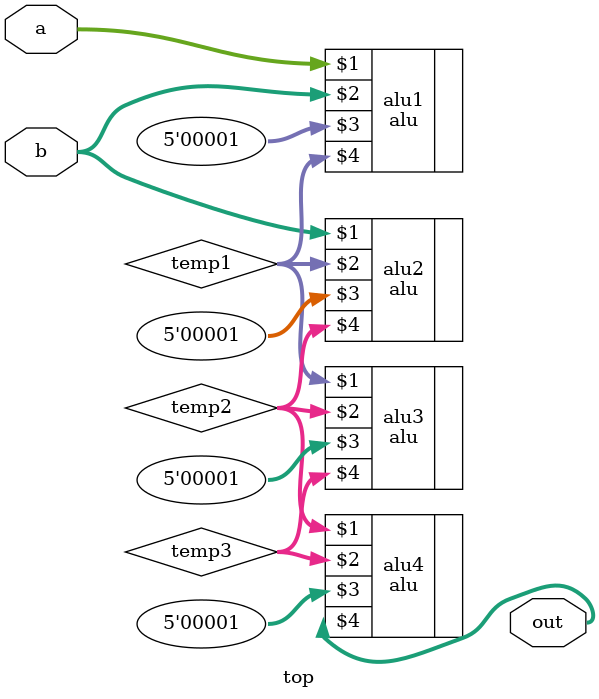
<source format=v>
`timescale 1ns / 1ps

module top(
  input signed  [31:0] a,
  input signed  [31:0] b,
  output        [31:0] out
);

wire [31:0] temp1, temp2, temp3;

alu alu1(a, b, 5'h1, temp1);
alu alu2(b, temp1, 5'h1, temp2);
alu alu3(temp1, temp2, 5'h1, temp3);
alu alu4(temp2, temp3, 5'h1, out);

endmodule // top
</source>
